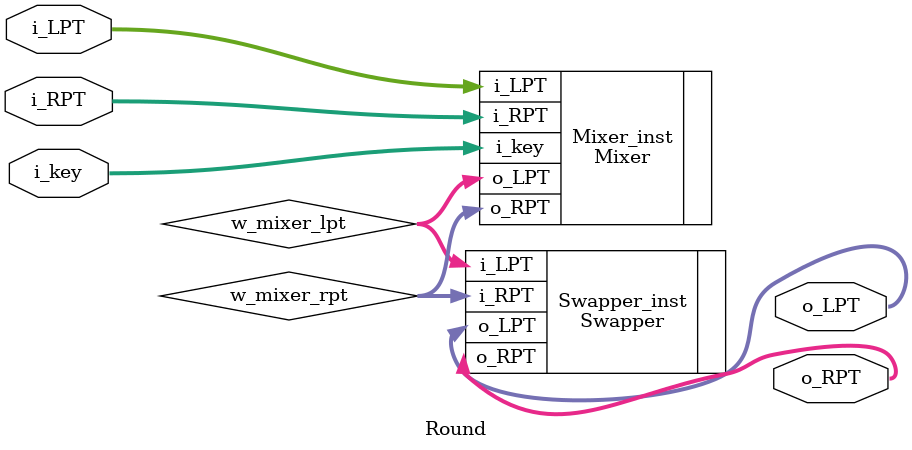
<source format=v>


module Round(
    input [31:0] i_RPT,
    input [31:0] i_LPT,
    input [47:0] i_key,
    output [31:0] o_RPT,
    output [31:0] o_LPT
    );

	wire [31:0] w_mixer_rpt;
	wire [31:0] w_mixer_lpt;


	Mixer Mixer_inst
	(
		.i_RPT(i_RPT) ,	// input [31:0] i_RPT_sig
		.i_LPT(i_LPT) ,	// input [31:0] i_LPT_sig
		.i_key(i_key) ,	// input [47:0] i_key_sig
		.o_RPT(w_mixer_rpt) ,	// output [31:0] o_RPT_sig
		.o_LPT(w_mixer_lpt) 	// output [31:0] o_LPT_sig
	);
	
	
	Swapper Swapper_inst
	(
		.i_LPT(w_mixer_lpt) ,	// input [31:0] i_LPT_sig
		.i_RPT(w_mixer_rpt) ,	// input [31:0] i_RPT_sig
		.o_LPT(o_LPT) ,	// output [31:0] o_LPT_sig
		.o_RPT(o_RPT) 	// output [31:0] o_RPT_sig
	);

endmodule

</source>
